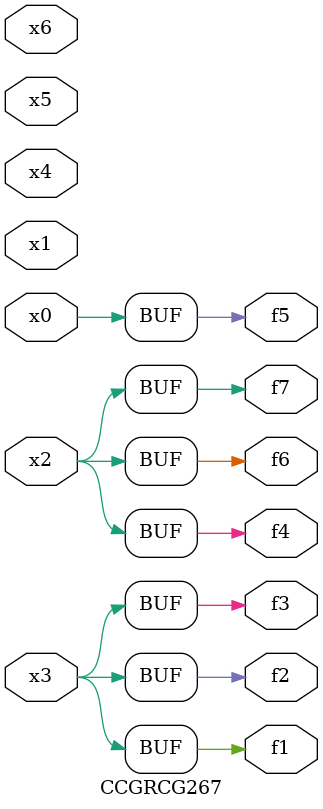
<source format=v>
module CCGRCG267(
	input x0, x1, x2, x3, x4, x5, x6,
	output f1, f2, f3, f4, f5, f6, f7
);
	assign f1 = x3;
	assign f2 = x3;
	assign f3 = x3;
	assign f4 = x2;
	assign f5 = x0;
	assign f6 = x2;
	assign f7 = x2;
endmodule

</source>
